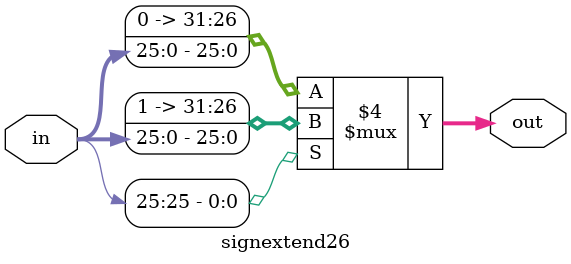
<source format=v>
`timescale 1ns / 1ps
module signextend26(in, out);

    /* A 16-Bit input word */
    input [25:0] in;
    
    /* A 32-Bit output word */
    output reg [31:0] out;
    
	always@(*) begin
	if(in[25] == 1) begin
	  out <= {6'b111111, in};
	  end
	else begin
	  out <= {6'b000000, in};
	end
	end

endmodule

</source>
